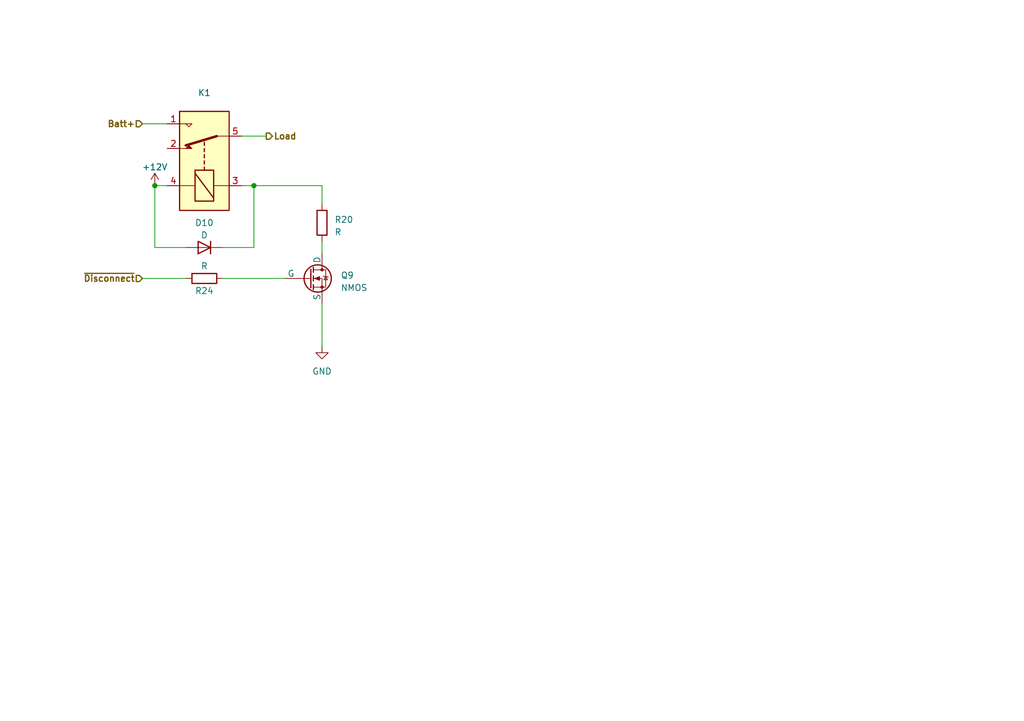
<source format=kicad_sch>
(kicad_sch (version 20230121) (generator eeschema)
  (paper "A5")
  (lib_symbols
    (symbol "Device:D" (pin_numbers hide) (pin_names (offset 1.016) hide)
      (property "Reference" "D" (at 0 2.54 0))
      (property "Value" "D" (at 0 -2.54 0))
      (symbol "D_0_1"
        (polyline (pts (xy -1.27 1.27) (xy -1.27 -1.27)) (stroke (width 0.254)))
        (polyline (pts (xy 1.27 0) (xy -1.27 0)))
        (polyline (pts (xy 1.27 1.27) (xy 1.27 -1.27) (xy -1.27 0) (xy 1.27 1.27)) (stroke (width 0.254)))
      )
      (symbol "D_1_1"
        (pin passive line (at -3.81 0 0) (length 2.54) (name "K") (number "1"))
        (pin passive line (at 3.81 0 180) (length 2.54) (name "A") (number "2"))
      )
    )
    (symbol "Device:R" (pin_numbers hide) (pin_names (offset 0))
      (property "Reference" "R" (at 2.032 0 90))
      (property "Value" "R" (at 0 0 90))
      (symbol "R_0_1"
        (rectangle (start -1.016 -2.54) (end 1.016 2.54) (stroke (width 0.254)))
      )
      (symbol "R_1_1"
        (pin passive line (at 0 3.81 270) (length 1.27) (name "~") (number "1"))
        (pin passive line (at 0 -3.81 90) (length 1.27) (name "~") (number "2"))
      )
    )
    (symbol "Relay:Y14x-1C-xxDS"
      (property "Reference" "K" (at 11.43 3.81 0))
      (property "Value" "Y14x-1C-xxDS" (at 11.43 1.27 0))
      (symbol "Y14x-1C-xxDS_0_0"
        (polyline (pts (xy 7.62 5.08) (xy 7.62 2.54) (xy 6.985 3.175) (xy 7.62 3.81)))
      )
      (symbol "Y14x-1C-xxDS_0_1"
        (rectangle (start -10.16 5.08) (end 10.16 -5.08) (stroke (width 0.254)) (fill (type background)))
        (rectangle (start -8.255 1.905) (end -1.905 -1.905) (stroke (width 0.254)))
        (polyline (pts (xy -7.62 -1.905) (xy -2.54 1.905)) (stroke (width 0.254)))
        (polyline (pts (xy -5.08 -5.08) (xy -5.08 -1.905)))
        (polyline (pts (xy -5.08 5.08) (xy -5.08 1.905)))
        (polyline (pts (xy -1.905 0) (xy -1.27 0)) (stroke (width 0.254)))
        (polyline (pts (xy -0.635 0) (xy 0 0)) (stroke (width 0.254)))
        (polyline (pts (xy 0.635 0) (xy 1.27 0)) (stroke (width 0.254)))
        (polyline (pts (xy 1.905 0) (xy 2.54 0)) (stroke (width 0.254)))
        (polyline (pts (xy 3.175 0) (xy 3.81 0)) (stroke (width 0.254)))
        (polyline (pts (xy 5.08 -2.54) (xy 3.175 3.81)) (stroke (width 0.508)))
        (polyline (pts (xy 5.08 -2.54) (xy 5.08 -5.08)))
        (polyline (pts (xy 2.54 5.08) (xy 2.54 2.54) (xy 3.175 3.175) (xy 2.54 3.81)) (fill (type outline)))
      )
      (symbol "Y14x-1C-xxDS_1_1"
        (pin passive line (at 7.62 7.62 270) (length 2.54) (name "~") (number "1"))
        (pin passive line (at 2.54 7.62 270) (length 2.54) (name "~") (number "2"))
        (pin passive line (at -5.08 -7.62 90) (length 2.54) (name "~") (number "3"))
        (pin passive line (at -5.08 7.62 270) (length 2.54) (name "~") (number "4"))
        (pin passive line (at 5.08 -7.62 90) (length 2.54) (name "~") (number "5"))
        (pin passive line (at 5.08 -7.62 90) (length 2.54) hide (name "~") (number "6"))
      )
    )
    (symbol "Simulation_SPICE:NMOS" (pin_numbers hide) (pin_names (offset 0))
      (property "Reference" "Q" (at 5.08 1.27 0))
      (property "Value" "NMOS" (at 5.08 -1.27 0))
      (symbol "NMOS_0_1"
        (polyline (pts (xy 0.254 0) (xy -2.54 0)))
        (polyline (pts (xy 0.254 1.905) (xy 0.254 -1.905)) (stroke (width 0.254)))
        (polyline (pts (xy 0.762 -1.27) (xy 0.762 -2.286)) (stroke (width 0.254)))
        (polyline (pts (xy 0.762 0.508) (xy 0.762 -0.508)) (stroke (width 0.254)))
        (polyline (pts (xy 0.762 2.286) (xy 0.762 1.27)) (stroke (width 0.254)))
        (polyline (pts (xy 2.54 2.54) (xy 2.54 1.778)))
        (polyline (pts (xy 2.54 -2.54) (xy 2.54 0) (xy 0.762 0)))
        (polyline (pts (xy 0.762 -1.778) (xy 3.302 -1.778) (xy 3.302 1.778) (xy 0.762 1.778)))
        (polyline (pts (xy 1.016 0) (xy 2.032 0.381) (xy 2.032 -0.381) (xy 1.016 0)) (fill (type outline)))
        (polyline (pts (xy 2.794 0.508) (xy 2.921 0.381) (xy 3.683 0.381) (xy 3.81 0.254)))
        (polyline (pts (xy 3.302 0.381) (xy 2.921 -0.254) (xy 3.683 -0.254) (xy 3.302 0.381)))
        (circle (center 1.651 0) (radius 2.794) (stroke (width 0.254)))
        (circle (center 2.54 -1.778) (radius 0.254) (fill (type outline)))
        (circle (center 2.54 1.778) (radius 0.254) (fill (type outline)))
      )
      (symbol "NMOS_1_1"
        (pin passive line (at 2.54 5.08 270) (length 2.54) (name "D") (number "1"))
        (pin input line (at -5.08 0 0) (length 2.54) (name "G") (number "2"))
        (pin passive line (at 2.54 -5.08 90) (length 2.54) (name "S") (number "3"))
      )
    )
    (symbol "power:+12V" (power) (pin_names (offset 0))
      (property "Value" "+12V" (at 0 3.556 0))
      (symbol "+12V_0_1"
        (polyline (pts (xy -0.762 1.27) (xy 0 2.54)))
        (polyline (pts (xy 0 0) (xy 0 2.54)))
        (polyline (pts (xy 0 2.54) (xy 0.762 1.27)))
      )
      (symbol "+12V_1_1"
        (pin power_in line (at 0 0 90) (length 0) hide (name "+12V") (number "1"))
      )
    )
    (symbol "power:GND" (power) (pin_names (offset 0))
      (property "Value" "GND" (at 0 -3.81 0))
      (symbol "GND_0_1"
        (polyline (pts (xy 0 0) (xy 0 -1.27) (xy 1.27 -1.27) (xy 0 -2.54) (xy -1.27 -1.27) (xy 0 -1.27)))
      )
      (symbol "GND_1_1"
        (pin power_in line (at 0 0 270) (length 0) hide (name "GND") (number "1"))
      )
    )
  )
  (junction (at 52.07 38.1))
  (junction (at 31.75 38.1))
  (wire (pts (xy 45.72 57.15) (xy 58.42 57.15)))
  (wire (pts (xy 29.21 25.4) (xy 34.29 25.4)))
  (wire (pts (xy 66.04 49.53) (xy 66.04 52.07)))
  (wire (pts (xy 29.21 57.15) (xy 38.1 57.15)))
  (wire (pts (xy 52.07 38.1) (xy 49.53 38.1)))
  (wire (pts (xy 66.04 38.1) (xy 52.07 38.1)))
  (wire (pts (xy 66.04 62.23) (xy 66.04 71.12)))
  (wire (pts (xy 31.75 38.1) (xy 34.29 38.1)))
  (wire (pts (xy 45.72 50.8) (xy 52.07 50.8)))
  (wire (pts (xy 66.04 41.91) (xy 66.04 38.1)))
  (wire (pts (xy 31.75 38.1) (xy 31.75 50.8)))
  (wire (pts (xy 49.53 27.94) (xy 54.61 27.94)))
  (wire (pts (xy 31.75 50.8) (xy 38.1 50.8)))
  (wire (pts (xy 52.07 50.8) (xy 52.07 38.1)))
  (hierarchical_label "Load" (shape output) (at 54.61 27.94 0) (effects (font bold)))
  (hierarchical_label "~{Disconnect}" (shape input) (at 29.21 57.15 180) (effects (font bold)))
  (hierarchical_label "Batt+" (shape input) (at 29.21 25.4 180) (effects (font bold)))
  (symbol (lib_id "Device:R") (at 66.04 45.72 0) (unit 1)
    (property "Reference" "R20" (at 68.58 45.085 0) (effects (justify left)))
    (property "Value" "R" (at 68.58 47.625 0) (effects (justify left)))
    (instances (project "Parent" (path "" (reference "R20") (unit 1)) (path "" (reference "R70") (unit 1))))
  )
  (symbol (lib_id "Device:R") (at 41.91 57.15 90) (unit 1)
    (property "Reference" "R24" (at 41.91 59.69 90))
    (property "Value" "R" (at 41.91 54.61 90))
    (instances (project "Parent" (path "" (reference "R24") (unit 1)) (path "" (reference "R29") (unit 1))))
  )
  (symbol (lib_id "power:GND") (at 66.04 71.12 0) (unit 1)
    (property "Reference" "#PWR031" (effects hide))
    (property "Value" "GND" (at 66.04 76.2 0))
    (instances (project "Parent" (path "" (reference "#PWR031") (unit 1)) (path "" (reference "#PWR032") (unit 1))))
  )
  (symbol (lib_id "Relay:Y14x-1C-xxDS") (at 41.91 33.02 90) (unit 1)
    (property "Reference" "K1" (at 41.91 19.05 90))
    (property "Value" "Y14x-1C-xxDS" (effects hide))
    (property "Footprint" "Relay_THT:Relay_SPDT_HsinDa_Y14" (effects hide))
    (property "Datasheet" "http://www.hsinda.com.tw/upload/file/Y14-20200430135145.pdf" (effects hide))
    (instances (project "Parent" (path "" (reference "K1") (unit 1)) (path "" (reference "K2") (unit 1)) (path "" (reference "K1") (unit 1))))
  )
  (symbol (lib_id "power:+12V") (at 31.75 38.1 0) (unit 1)
    (property "Reference" "#PWR033" (effects hide))
    (property "Value" "+12V" (at 31.75 34.29 0))
    (instances (project "Parent" (path "" (reference "#PWR033") (unit 1)) (path "" (reference "#PWR034") (unit 1))))
  )
  (symbol (lib_id "Device:D") (at 41.91 50.8 180) (unit 1)
    (property "Reference" "D10" (at 41.91 45.72 0))
    (property "Value" "D" (at 41.91 48.26 0))
    (property "Sim.Device" "D" (effects hide))
    (property "Sim.Pins" "1=K 2=A" (effects hide))
    (instances (project "Parent" (path "" (reference "D10") (unit 1)) (path "" (reference "D11") (unit 1))))
  )
  (symbol (lib_id "Simulation_SPICE:NMOS") (at 63.5 57.15 0) (unit 1)
    (property "Reference" "Q9" (at 69.85 56.515 0) (effects (justify left)))
    (property "Value" "NMOS" (at 69.85 59.055 0) (effects (justify left)))
    (property "Datasheet" "https://ngspice.sourceforge.io/docs/ngspice-manual.pdf" (effects hide))
    (property "Sim.Device" "NMOS" (effects hide))
    (property "Sim.Type" "VDMOS" (effects hide))
    (property "Sim.Pins" "1=D 2=G 3=S" (effects hide))
    (instances (project "Parent" (path "" (reference "Q9") (unit 1)) (path "" (reference "Q8") (unit 1))))
  )
)
</source>
